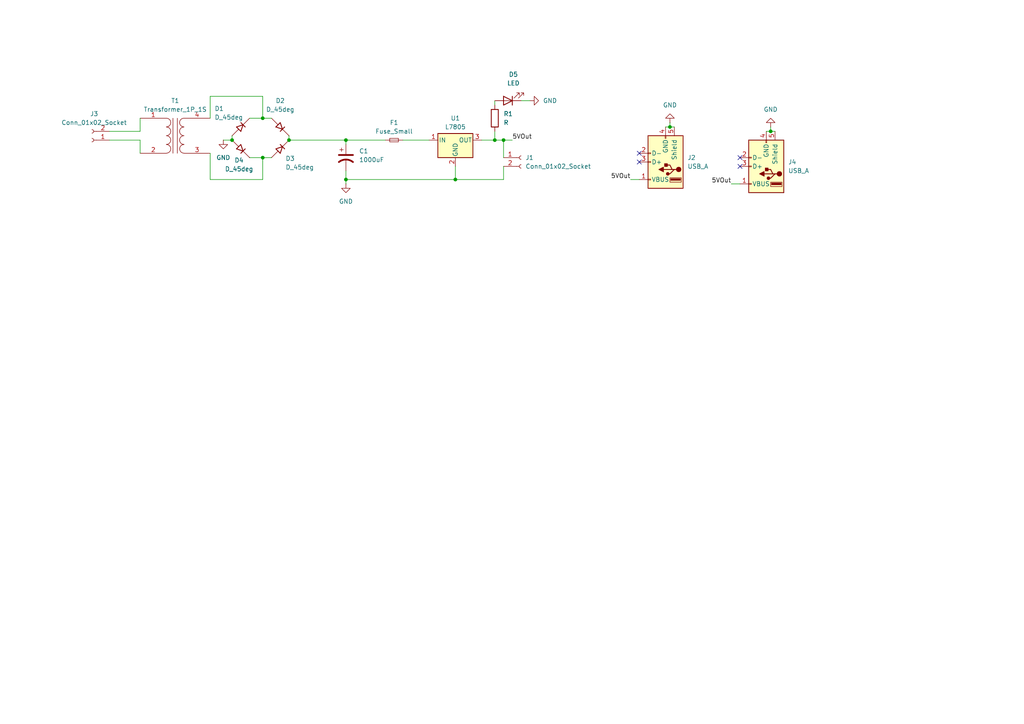
<source format=kicad_sch>
(kicad_sch (version 20231120) (generator "eeschema") (generator_version "8.0")
  (paper "A4")
  (lib_symbols
    (symbol "Connector:Conn_01x02_Socket" (pin_names (offset 1.016) hide)
      (property "Reference" "J" (at 0 2.54 0))
      (property "Value" "Conn_01x02_Socket" (at 0 -5.08 0))
      (symbol "Conn_01x02_Socket_1_1"
        (arc (start 0 -2.032) (mid -0.5058 -2.54) (end 0 -3.048) (stroke (width 0.1524)))
        (polyline (pts (xy -1.27 -2.54) (xy -0.508 -2.54)) (stroke (width 0.1524)))
        (polyline (pts (xy -1.27 0) (xy -0.508 0)) (stroke (width 0.1524)))
        (arc (start 0 0.508) (mid -0.5058 0) (end 0 -0.508) (stroke (width 0.1524)))
        (pin passive line (at -5.08 0 0) (length 3.81) (name "Pin_1") (number "1"))
        (pin passive line (at -5.08 -2.54 0) (length 3.81) (name "Pin_2") (number "2"))
      )
    )
    (symbol "Connector:USB_A" (pin_names (offset 1.016))
      (property "Reference" "J" (at -5.08 11.43 0))
      (property "Value" "USB_A" (at -5.08 8.89 0))
      (symbol "USB_A_0_1"
        (rectangle (start -5.08 -7.62) (end 5.08 7.62) (stroke (width 0.254)) (fill (type background)))
        (circle (center -3.81 2.159) (radius 0.635) (stroke (width 0.254)) (fill (type outline)))
        (rectangle (start -1.524 4.826) (end -4.318 5.334) (fill (type outline)))
        (rectangle (start -1.27 4.572) (end -4.572 5.842))
        (circle (center -0.635 3.429) (radius 0.381) (stroke (width 0.254)) (fill (type outline)))
        (rectangle (start -0.127 -7.62) (end 0.127 -6.858))
        (polyline (pts (xy -3.175 2.159) (xy -2.54 2.159) (xy -1.27 3.429) (xy -0.635 3.429)) (stroke (width 0.254)))
        (polyline (pts (xy -2.54 2.159) (xy -1.905 2.159) (xy -1.27 0.889) (xy 0 0.889)) (stroke (width 0.254)))
        (polyline (pts (xy 0.635 2.794) (xy 0.635 1.524) (xy 1.905 2.159) (xy 0.635 2.794)) (stroke (width 0.254)) (fill (type outline)))
        (rectangle (start 0.254 1.27) (end -0.508 0.508) (stroke (width 0.254)) (fill (type outline)))
        (rectangle (start 5.08 -2.667) (end 4.318 -2.413))
        (rectangle (start 5.08 -0.127) (end 4.318 0.127))
        (rectangle (start 5.08 4.953) (end 4.318 5.207))
      )
      (symbol "USB_A_1_1"
        (polyline (pts (xy -1.905 2.159) (xy 0.635 2.159)) (stroke (width 0.254)))
        (pin power_in line (at 7.62 5.08 180) (length 2.54) (name "VBUS") (number "1"))
        (pin bidirectional line (at 7.62 -2.54 180) (length 2.54) (name "D-") (number "2"))
        (pin bidirectional line (at 7.62 0 180) (length 2.54) (name "D+") (number "3"))
        (pin power_in line (at 0 -10.16 90) (length 2.54) (name "GND") (number "4"))
        (pin passive line (at -2.54 -10.16 90) (length 2.54) (name "Shield") (number "5"))
      )
    )
    (symbol "Device:C_Polarized_US" (pin_numbers hide) (pin_names (offset 0.254) hide)
      (property "Reference" "C" (at 0.635 2.54 0))
      (property "Value" "C_Polarized_US" (at 0.635 -2.54 0))
      (symbol "C_Polarized_US_0_1"
        (polyline (pts (xy -2.032 0.762) (xy 2.032 0.762)) (stroke (width 0.508)))
        (polyline (pts (xy -1.778 2.286) (xy -0.762 2.286)))
        (polyline (pts (xy -1.27 1.778) (xy -1.27 2.794)))
        (arc (start 2.032 -1.27) (mid 0 -0.5572) (end -2.032 -1.27) (stroke (width 0.508)))
      )
      (symbol "C_Polarized_US_1_1"
        (pin passive line (at 0 3.81 270) (length 2.794) (name "~") (number "1"))
        (pin passive line (at 0 -3.81 90) (length 3.302) (name "~") (number "2"))
      )
    )
    (symbol "Device:D_45deg" (pin_numbers hide) (pin_names (offset 0) hide)
      (property "Reference" "D" (at 1.27 2.54 0))
      (property "Value" "D_45deg" (at 1.27 0 0))
      (symbol "D_45deg_0_1"
        (polyline (pts (xy -0.635 0.635) (xy -2.54 2.54)))
        (polyline (pts (xy 0 -1.27) (xy 1.27 0)) (stroke (width 0.254)))
        (polyline (pts (xy 2.54 -2.54) (xy 0.635 -0.635)))
        (polyline (pts (xy -1.27 0) (xy 0 1.27) (xy 0.635 -0.635) (xy -1.27 0)) (stroke (width 0.254)))
      )
      (symbol "D_45deg_1_1"
        (pin passive line (at 2.54 -2.54 180) (length 0) (name "K") (number "1"))
        (pin passive line (at -2.54 2.54 0) (length 0) (name "A") (number "2"))
      )
    )
    (symbol "Device:Fuse_Small" (pin_numbers hide) (pin_names (offset 0.254) hide)
      (property "Reference" "F" (at 0 -1.524 0))
      (property "Value" "Fuse_Small" (at 0 1.524 0))
      (symbol "Fuse_Small_0_1"
        (rectangle (start -1.27 0.508) (end 1.27 -0.508))
        (polyline (pts (xy -1.27 0) (xy 1.27 0)))
      )
      (symbol "Fuse_Small_1_1"
        (pin passive line (at -2.54 0 0) (length 1.27) (name "~") (number "1"))
        (pin passive line (at 2.54 0 180) (length 1.27) (name "~") (number "2"))
      )
    )
    (symbol "Device:LED" (pin_numbers hide) (pin_names (offset 1.016) hide)
      (property "Reference" "D" (at 0 2.54 0))
      (property "Value" "LED" (at 0 -2.54 0))
      (symbol "LED_0_1"
        (polyline (pts (xy -1.27 -1.27) (xy -1.27 1.27)) (stroke (width 0.254)))
        (polyline (pts (xy -1.27 0) (xy 1.27 0)))
        (polyline (pts (xy 1.27 -1.27) (xy 1.27 1.27) (xy -1.27 0) (xy 1.27 -1.27)) (stroke (width 0.254)))
        (polyline (pts (xy -3.048 -0.762) (xy -4.572 -2.286) (xy -3.81 -2.286) (xy -4.572 -2.286) (xy -4.572 -1.524)))
        (polyline (pts (xy -1.778 -0.762) (xy -3.302 -2.286) (xy -2.54 -2.286) (xy -3.302 -2.286) (xy -3.302 -1.524)))
      )
      (symbol "LED_1_1"
        (pin passive line (at -3.81 0 0) (length 2.54) (name "K") (number "1"))
        (pin passive line (at 3.81 0 180) (length 2.54) (name "A") (number "2"))
      )
    )
    (symbol "Device:R" (pin_numbers hide) (pin_names (offset 0))
      (property "Reference" "R" (at 2.032 0 90))
      (property "Value" "R" (at 0 0 90))
      (symbol "R_0_1"
        (rectangle (start -1.016 -2.54) (end 1.016 2.54) (stroke (width 0.254)))
      )
      (symbol "R_1_1"
        (pin passive line (at 0 3.81 270) (length 1.27) (name "~") (number "1"))
        (pin passive line (at 0 -3.81 90) (length 1.27) (name "~") (number "2"))
      )
    )
    (symbol "Device:Transformer_1P_1S" (pin_names (offset 1.016) hide)
      (property "Reference" "T" (at 0 6.35 0))
      (property "Value" "Transformer_1P_1S" (at 0 -7.62 0))
      (symbol "Transformer_1P_1S_0_1"
        (arc (start -2.54 -5.0546) (mid -1.6599 -4.6901) (end -1.27 -3.81))
        (arc (start -2.54 -2.5146) (mid -1.6599 -2.1501) (end -1.27 -1.27))
        (arc (start -2.54 0.0254) (mid -1.6599 0.3899) (end -1.27 1.27))
        (arc (start -2.54 2.5654) (mid -1.6599 2.9299) (end -1.27 3.81))
        (arc (start -1.27 -3.81) (mid -1.642 -2.912) (end -2.54 -2.54))
        (arc (start -1.27 -1.27) (mid -1.642 -0.372) (end -2.54 0))
        (arc (start -1.27 1.27) (mid -1.642 2.168) (end -2.54 2.54))
        (arc (start -1.27 3.81) (mid -1.642 4.708) (end -2.54 5.08))
        (polyline (pts (xy -0.635 5.08) (xy -0.635 -5.08)))
        (polyline (pts (xy 0.635 -5.08) (xy 0.635 5.08)))
        (arc (start 1.2954 -1.27) (mid 1.6599 -2.1501) (end 2.54 -2.5146))
        (arc (start 1.2954 1.27) (mid 1.6599 0.3899) (end 2.54 0.0254))
        (arc (start 1.2954 3.81) (mid 1.6599 2.9299) (end 2.54 2.5654))
        (arc (start 1.3208 -3.81) (mid 1.6853 -4.6901) (end 2.5654 -5.0546))
        (arc (start 2.54 0) (mid 1.642 -0.372) (end 1.2954 -1.27))
        (arc (start 2.54 2.54) (mid 1.642 2.168) (end 1.2954 1.27))
        (arc (start 2.54 5.08) (mid 1.642 4.708) (end 1.2954 3.81))
        (arc (start 2.5654 -2.54) (mid 1.6674 -2.912) (end 1.3208 -3.81))
      )
      (symbol "Transformer_1P_1S_1_1"
        (pin passive line (at -10.16 5.08 0) (length 7.62) (name "AA") (number "1"))
        (pin passive line (at -10.16 -5.08 0) (length 7.62) (name "AB") (number "2"))
        (pin passive line (at 10.16 -5.08 180) (length 7.62) (name "SA") (number "3"))
        (pin passive line (at 10.16 5.08 180) (length 7.62) (name "SB") (number "4"))
      )
    )
    (symbol "Regulator_Linear:L7805" (pin_names (offset 0.254))
      (property "Reference" "U" (at -3.81 3.175 0))
      (property "Value" "L7805" (at 0 3.175 0))
      (symbol "L7805_0_1"
        (rectangle (start -5.08 1.905) (end 5.08 -5.08) (stroke (width 0.254)) (fill (type background)))
      )
      (symbol "L7805_1_1"
        (pin power_in line (at -7.62 0 0) (length 2.54) (name "IN") (number "1"))
        (pin power_in line (at 0 -7.62 90) (length 2.54) (name "GND") (number "2"))
        (pin power_out line (at 7.62 0 180) (length 2.54) (name "OUT") (number "3"))
      )
    )
    (symbol "power:GND" (power) (pin_numbers hide) (pin_names (offset 0) hide)
      (property "Value" "GND" (at 0 -3.81 0))
      (symbol "GND_0_1"
        (polyline (pts (xy 0 0) (xy 0 -1.27) (xy 1.27 -1.27) (xy 0 -2.54) (xy -1.27 -1.27) (xy 0 -1.27)))
      )
      (symbol "GND_1_1"
        (pin power_in line (at 0 0 270) (length 0) (name "~") (number "1"))
      )
    )
  )
  (junction (at 76.2 45.72))
  (junction (at 83.82 40.64))
  (junction (at 76.2 34.29))
  (junction (at 223.52 38.1))
  (junction (at 100.33 40.64))
  (junction (at 146.05 40.64))
  (junction (at 132.08 52.07))
  (junction (at 67.31 40.64))
  (junction (at 100.33 52.07))
  (junction (at 194.31 36.83))
  (junction (at 143.51 40.64))
  (no_connect (at 185.42 44.45))
  (no_connect (at 214.63 48.26))
  (no_connect (at 185.42 46.99))
  (no_connect (at 214.63 45.72))
  (wire (pts (xy 100.33 53.34) (xy 100.33 52.07)))
  (wire (pts (xy 67.31 39.37) (xy 67.31 40.64)))
  (wire (pts (xy 76.2 34.29) (xy 72.39 34.29)))
  (wire (pts (xy 116.84 40.64) (xy 124.46 40.64)))
  (wire (pts (xy 194.31 36.83) (xy 194.31 35.56)))
  (wire (pts (xy 146.05 40.64) (xy 146.05 45.72)))
  (wire (pts (xy 194.31 36.83) (xy 195.58 36.83)))
  (wire (pts (xy 222.25 38.1) (xy 223.52 38.1)))
  (wire (pts (xy 31.75 38.1) (xy 40.64 38.1)))
  (wire (pts (xy 83.82 40.64) (xy 100.33 40.64)))
  (wire (pts (xy 40.64 40.64) (xy 40.64 44.45)))
  (wire (pts (xy 31.75 40.64) (xy 40.64 40.64)))
  (wire (pts (xy 182.88 52.07) (xy 185.42 52.07)))
  (wire (pts (xy 143.51 38.1) (xy 143.51 40.64)))
  (wire (pts (xy 100.33 40.64) (xy 111.76 40.64)))
  (wire (pts (xy 143.51 40.64) (xy 146.05 40.64)))
  (wire (pts (xy 212.09 53.34) (xy 214.63 53.34)))
  (wire (pts (xy 60.96 34.29) (xy 60.96 27.94)))
  (wire (pts (xy 100.33 49.53) (xy 100.33 52.07)))
  (wire (pts (xy 76.2 27.94) (xy 76.2 34.29)))
  (wire (pts (xy 223.52 38.1) (xy 224.79 38.1)))
  (wire (pts (xy 40.64 38.1) (xy 40.64 34.29)))
  (wire (pts (xy 100.33 52.07) (xy 132.08 52.07)))
  (wire (pts (xy 223.52 38.1) (xy 223.52 36.83)))
  (wire (pts (xy 100.33 40.64) (xy 100.33 41.91)))
  (wire (pts (xy 132.08 48.26) (xy 132.08 52.07)))
  (wire (pts (xy 72.39 45.72) (xy 76.2 45.72)))
  (wire (pts (xy 146.05 40.64) (xy 148.59 40.64)))
  (wire (pts (xy 146.05 52.07) (xy 146.05 48.26)))
  (wire (pts (xy 60.96 52.07) (xy 60.96 44.45)))
  (wire (pts (xy 64.77 40.64) (xy 67.31 40.64)))
  (wire (pts (xy 193.04 36.83) (xy 194.31 36.83)))
  (wire (pts (xy 60.96 52.07) (xy 76.2 52.07)))
  (wire (pts (xy 132.08 52.07) (xy 146.05 52.07)))
  (wire (pts (xy 76.2 45.72) (xy 76.2 52.07)))
  (wire (pts (xy 139.7 40.64) (xy 143.51 40.64)))
  (wire (pts (xy 151.13 29.21) (xy 153.67 29.21)))
  (wire (pts (xy 143.51 29.21) (xy 143.51 30.48)))
  (wire (pts (xy 83.82 39.37) (xy 83.82 40.64)))
  (wire (pts (xy 76.2 45.72) (xy 78.74 45.72)))
  (wire (pts (xy 78.74 34.29) (xy 76.2 34.29)))
  (wire (pts (xy 60.96 27.94) (xy 76.2 27.94)))
  (label "5VOut" (at 212.09 53.34 180))
  (label "5VOut" (at 148.59 40.64 0))
  (label "5VOut" (at 182.88 52.07 180))
  (symbol (lib_id "power:GND") (at 100.33 53.34 0) (unit 1)
    (property "Reference" "#PWR02" (effects (hide yes)))
    (property "Value" "GND" (at 100.33 58.42 0))
    (property "Description" "Power symbol creates a global label with name \"GND\" , ground" (effects (hide yes)))
  )
  (symbol (lib_id "power:GND") (at 64.77 40.64 0) (unit 1)
    (property "Reference" "#PWR01" (effects (hide yes)))
    (property "Value" "GND" (at 64.77 45.72 0))
    (property "Description" "Power symbol creates a global label with name \"GND\" , ground" (effects (hide yes)))
  )
  (symbol (lib_id "Regulator_Linear:L7805") (at 132.08 40.64 0) (unit 1)
    (property "Reference" "U1" (at 132.08 34.29 0))
    (property "Value" "L7805" (at 132.08 36.83 0))
    (property "Footprint" "Package_TO_SOT_THT:TO-220-3_Vertical" (effects (hide yes)))
    (property "Datasheet" "http://www.st.com/content/ccc/resource/technical/document/datasheet/41/4f/b3/b0/12/d4/47/88/CD00000444.pdf/files/CD00000444.pdf/jcr:content/translations/en.CD00000444.pdf" (effects (hide yes)))
    (property "Description" "Positive 1.5A 35V Linear Regulator, Fixed Output 5V, TO-220/TO-263/TO-252" (effects (hide yes)))
  )
  (symbol (lib_id "power:GND") (at 153.67 29.21 90) (unit 1)
    (property "Reference" "#PWR05" (effects (hide yes)))
    (property "Value" "GND" (at 157.48 29.2099 90) (effects (justify right)))
    (property "Description" "Power symbol creates a global label with name \"GND\" , ground" (effects (hide yes)))
  )
  (symbol (lib_id "Device:D_45deg") (at 81.28 36.83 0) (unit 1)
    (property "Reference" "D2" (at 81.28 29.21 0))
    (property "Value" "D_45deg" (at 81.28 31.75 0))
    (property "Footprint" "Diode_THT:D_DO-15_P5.08mm_Vertical_KathodeUp" (effects (hide yes)))
    (property "Description" "Diode, rotated by 45°" (effects (hide yes)))
    (property "Sim.Device" "D" (effects (hide yes)))
    (property "Sim.Pins" "1=K 2=A" (effects (hide yes)))
  )
  (symbol (lib_id "Connector:Conn_01x02_Socket") (at 151.13 45.72 0) (unit 1)
    (property "Reference" "J1" (at 152.4 45.7199 0) (effects (justify left)))
    (property "Value" "Conn_01x02_Socket" (at 152.4 48.2599 0) (effects (justify left)))
    (property "Footprint" "Connector_JST:JST_EH_B2B-EH-A_1x02_P2.50mm_Vertical" (effects (hide yes)))
    (property "Description" "Generic connector, single row, 01x02, script generated" (effects (hide yes)))
  )
  (symbol (lib_id "power:GND") (at 194.31 35.56 180) (unit 1)
    (property "Reference" "#PWR03" (effects (hide yes)))
    (property "Value" "GND" (at 194.31 30.48 0))
    (property "Description" "Power symbol creates a global label with name \"GND\" , ground" (effects (hide yes)))
  )
  (symbol (lib_id "Device:LED") (at 147.32 29.21 180) (unit 1)
    (property "Reference" "D5" (at 148.9075 21.59 0))
    (property "Value" "LED" (at 148.9075 24.13 0))
    (property "Footprint" "LED_SMD:LED_0805_2012Metric_Pad1.15x1.40mm_HandSolder" (effects (hide yes)))
    (property "Description" "Light emitting diode" (effects (hide yes)))
  )
  (symbol (lib_id "Connector:Conn_01x02_Socket") (at 26.67 40.64 180) (unit 1)
    (property "Reference" "J3" (at 27.305 33.02 0))
    (property "Value" "Conn_01x02_Socket" (at 27.305 35.56 0))
    (property "Footprint" "TerminalBlock:TerminalBlock_bornier-2_P5.08mm" (effects (hide yes)))
    (property "Description" "Generic connector, single row, 01x02, script generated" (effects (hide yes)))
  )
  (symbol (lib_id "Device:Transformer_1P_1S") (at 50.8 39.37 0) (unit 1)
    (property "Reference" "T1" (at 50.8127 29.21 0))
    (property "Value" "Transformer_1P_1S" (at 50.8127 31.75 0))
    (property "Footprint" "Transformer:THT_10mm_Transformer" (effects (hide yes)))
    (property "Description" "Transformer, single primary, single secondary" (effects (hide yes)))
  )
  (symbol (lib_id "Connector:USB_A") (at 193.04 46.99 180) (unit 1)
    (property "Reference" "J2" (at 199.39 45.7199 0) (effects (justify right)))
    (property "Value" "USB_A" (at 199.39 48.2599 0) (effects (justify right)))
    (property "Footprint" "Connector_USB:USB_A_Receptacle_GCT_USB1046" (effects (hide yes)))
    (property "Description" "USB Type A connector" (effects (hide yes)))
  )
  (symbol (lib_id "Device:R") (at 143.51 34.29 0) (unit 1)
    (property "Reference" "R1" (at 146.05 33.0199 0) (effects (justify left)))
    (property "Value" "R" (at 146.05 35.5599 0) (effects (justify left)))
    (property "Footprint" "Resistor_SMD:R_0805_2012Metric_Pad1.20x1.40mm_HandSolder" (effects (hide yes)))
    (property "Description" "Resistor" (effects (hide yes)))
  )
  (symbol (lib_id "Device:D_45deg") (at 69.85 36.83 90) (unit 1)
    (property "Reference" "D1" (at 62.23 31.496 90) (effects (justify right)))
    (property "Value" "D_45deg" (at 62.23 34.036 90) (effects (justify right)))
    (property "Footprint" "Diode_THT:D_DO-15_P5.08mm_Vertical_AnodeUp" (effects (hide yes)))
    (property "Description" "Diode, rotated by 45°" (effects (hide yes)))
    (property "Sim.Device" "D" (effects (hide yes)))
    (property "Sim.Pins" "1=K 2=A" (effects (hide yes)))
  )
  (symbol (lib_id "Device:D_45deg") (at 69.85 43.18 0) (unit 1)
    (property "Reference" "D4" (at 69.342 46.482 0))
    (property "Value" "D_45deg" (at 69.342 49.022 0))
    (property "Footprint" "Diode_THT:D_DO-15_P5.08mm_Vertical_KathodeUp" (effects (hide yes)))
    (property "Description" "Diode, rotated by 45°" (effects (hide yes)))
    (property "Sim.Device" "D" (effects (hide yes)))
    (property "Sim.Pins" "1=K 2=A" (effects (hide yes)))
  )
  (symbol (lib_id "Connector:USB_A") (at 222.25 48.26 180) (unit 1)
    (property "Reference" "J4" (at 228.6 46.9899 0) (effects (justify right)))
    (property "Value" "USB_A" (at 228.6 49.5299 0) (effects (justify right)))
    (property "Footprint" "Connector_USB:USB_A_Receptacle_GCT_USB1046" (effects (hide yes)))
    (property "Description" "USB Type A connector" (effects (hide yes)))
  )
  (symbol (lib_id "Device:C_Polarized_US") (at 100.33 45.72 0) (unit 1)
    (property "Reference" "C1" (at 104.14 43.8149 0) (effects (justify left)))
    (property "Value" "1000uF" (at 104.14 46.3549 0) (effects (justify left)))
    (property "Footprint" "Capacitor_THT:CP_Radial_D10.0mm_P5.00mm" (effects (hide yes)))
    (property "Description" "Polarized capacitor, US symbol" (effects (hide yes)))
  )
  (symbol (lib_id "Device:D_45deg") (at 81.28 43.18 90) (unit 1)
    (property "Reference" "D3" (at 82.804 45.974 90) (effects (justify right)))
    (property "Value" "D_45deg" (at 82.804 48.514 90) (effects (justify right)))
    (property "Footprint" "Diode_THT:D_DO-15_P5.08mm_Vertical_AnodeUp" (effects (hide yes)))
    (property "Description" "Diode, rotated by 45°" (effects (hide yes)))
    (property "Sim.Device" "D" (effects (hide yes)))
    (property "Sim.Pins" "1=K 2=A" (effects (hide yes)))
  )
  (symbol (lib_id "power:GND") (at 223.52 36.83 180) (unit 1)
    (property "Reference" "#PWR04" (effects (hide yes)))
    (property "Value" "GND" (at 223.52 31.75 0))
    (property "Description" "Power symbol creates a global label with name \"GND\" , ground" (effects (hide yes)))
  )
  (symbol (lib_id "Device:Fuse_Small") (at 114.3 40.64 0) (unit 1)
    (property "Reference" "F1" (at 114.3 35.56 0))
    (property "Value" "Fuse_Small" (at 114.3 38.1 0))
    (property "Footprint" "CostumFuse:Fuse_MF-SMDF200-2_Custom" (effects (hide yes)))
    (property "Description" "Fuse, small symbol" (effects (hide yes)))
  )
)
</source>
